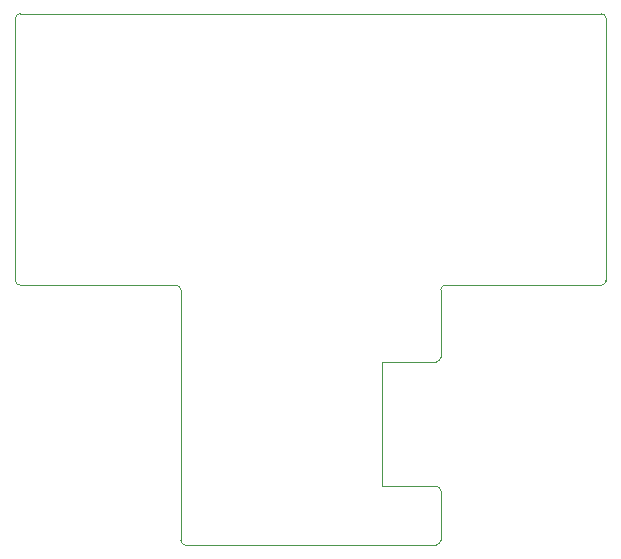
<source format=gbr>
G04 #@! TF.GenerationSoftware,KiCad,Pcbnew,5.1.4-e60b266~84~ubuntu18.04.1*
G04 #@! TF.CreationDate,2019-08-11T22:19:42+02:00*
G04 #@! TF.ProjectId,rat_board,7261745f-626f-4617-9264-2e6b69636164,rev?*
G04 #@! TF.SameCoordinates,Original*
G04 #@! TF.FileFunction,Profile,NP*
%FSLAX46Y46*%
G04 Gerber Fmt 4.6, Leading zero omitted, Abs format (unit mm)*
G04 Created by KiCad (PCBNEW 5.1.4-e60b266~84~ubuntu18.04.1) date 2019-08-11 22:19:42*
%MOMM*%
%LPD*%
G04 APERTURE LIST*
%ADD10C,0.100000*%
G04 APERTURE END LIST*
D10*
X231980000Y-107510000D02*
G75*
G02X232380000Y-107110000I400000J0D01*
G01*
X245580000Y-107110000D02*
X232380000Y-107110000D01*
X231980000Y-107510000D02*
X231980000Y-113210000D01*
X245980000Y-106710000D02*
G75*
G02X245580000Y-107110000I-400000J0D01*
G01*
X231980000Y-113210000D02*
G75*
G02X231580000Y-113610000I-400000J0D01*
G01*
X245980000Y-84510000D02*
X245980000Y-106710000D01*
X231580000Y-113610000D02*
X226980000Y-113610000D01*
X245580000Y-84110000D02*
G75*
G02X245980000Y-84510000I0J-400000D01*
G01*
X226980000Y-113610000D02*
X226980000Y-124110000D01*
X196380000Y-84110000D02*
X245580000Y-84110000D01*
X226980000Y-124110000D02*
X231580000Y-124110000D01*
X195980000Y-84510000D02*
G75*
G02X196380000Y-84110000I400000J0D01*
G01*
X231580000Y-124110000D02*
G75*
G02X231980000Y-124510000I0J-400000D01*
G01*
X195980000Y-106710000D02*
X195980000Y-84510000D01*
X231980000Y-124510000D02*
X231980000Y-128710000D01*
X196380000Y-107110000D02*
G75*
G02X195980000Y-106710000I0J400000D01*
G01*
X231980000Y-128710000D02*
G75*
G02X231580000Y-129110000I-400000J0D01*
G01*
X209580000Y-107110000D02*
X196380000Y-107110000D01*
X210380000Y-129110000D02*
X231580000Y-129110000D01*
X209580000Y-107110000D02*
G75*
G02X209980000Y-107510000I0J-400000D01*
G01*
X210380000Y-129110000D02*
G75*
G02X209980000Y-128710000I0J400000D01*
G01*
X209980000Y-128710000D02*
X209980000Y-107510000D01*
M02*

</source>
